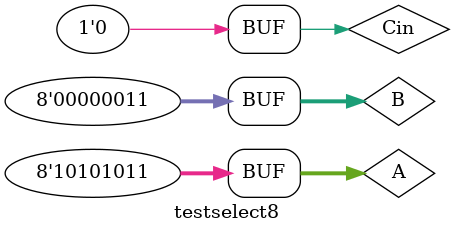
<source format=v>
module testselect8;
reg Cin;
reg [7:0] A,B;
wire [8:0] S;

select8 CUT1(S,Cout,A,B,Cin);
initial
begin
	A=0; B=0; Cin=0;
	#10
	A=8'b1; B=11; Cin=1'b0;
	#10
	A=8'b11; B=8'b101; Cin=1'b1;
	#10
	A=8'b11110000; B=8'b10000001; Cin=1'b0;
	#10
	A=8'hAB; B=8'h03; Cin=1'b0;
end
endmodule

</source>
